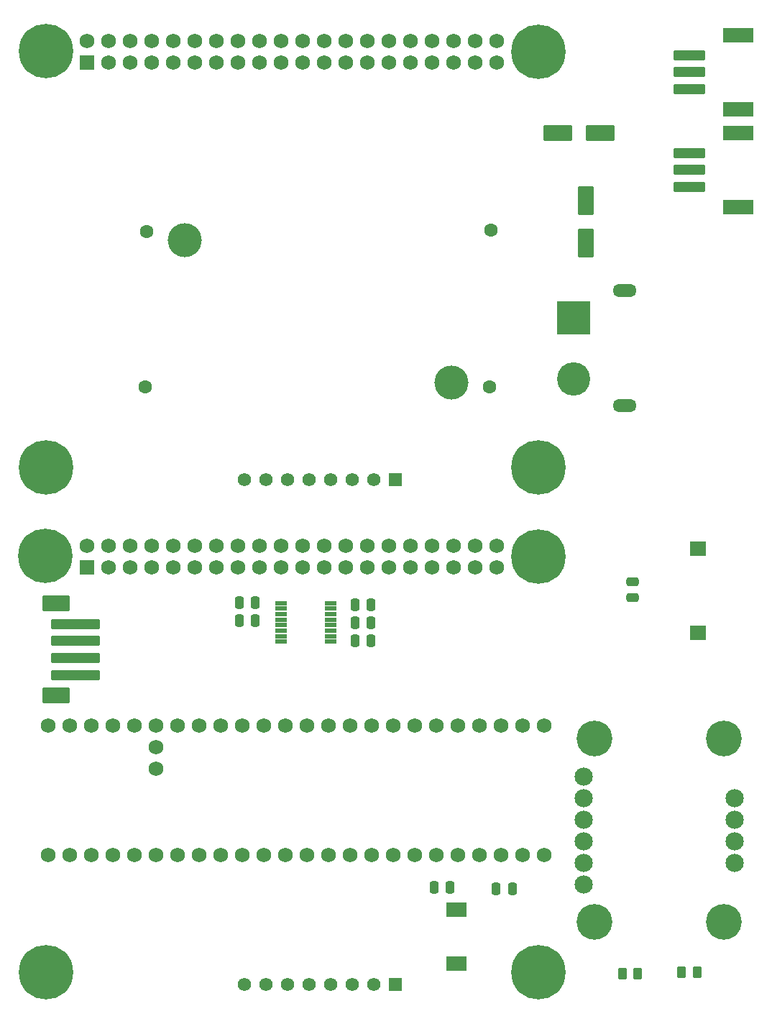
<source format=gbr>
%TF.GenerationSoftware,KiCad,Pcbnew,8.0.8*%
%TF.CreationDate,2026-02-11T18:54:28+05:30*%
%TF.ProjectId,Final_Integration,46696e61-6c5f-4496-9e74-656772617469,rev?*%
%TF.SameCoordinates,Original*%
%TF.FileFunction,Soldermask,Top*%
%TF.FilePolarity,Negative*%
%FSLAX46Y46*%
G04 Gerber Fmt 4.6, Leading zero omitted, Abs format (unit mm)*
G04 Created by KiCad (PCBNEW 8.0.8) date 2026-02-11 18:54:28*
%MOMM*%
%LPD*%
G01*
G04 APERTURE LIST*
G04 Aperture macros list*
%AMRoundRect*
0 Rectangle with rounded corners*
0 $1 Rounding radius*
0 $2 $3 $4 $5 $6 $7 $8 $9 X,Y pos of 4 corners*
0 Add a 4 corners polygon primitive as box body*
4,1,4,$2,$3,$4,$5,$6,$7,$8,$9,$2,$3,0*
0 Add four circle primitives for the rounded corners*
1,1,$1+$1,$2,$3*
1,1,$1+$1,$4,$5*
1,1,$1+$1,$6,$7*
1,1,$1+$1,$8,$9*
0 Add four rect primitives between the rounded corners*
20,1,$1+$1,$2,$3,$4,$5,0*
20,1,$1+$1,$4,$5,$6,$7,0*
20,1,$1+$1,$6,$7,$8,$9,0*
20,1,$1+$1,$8,$9,$2,$3,0*%
G04 Aperture macros list end*
%ADD10C,6.404000*%
%ADD11RoundRect,0.102000X0.685000X0.685000X-0.685000X0.685000X-0.685000X-0.685000X0.685000X-0.685000X0*%
%ADD12C,1.574000*%
%ADD13RoundRect,0.102000X-0.762000X-0.762000X0.762000X-0.762000X0.762000X0.762000X-0.762000X0.762000X0*%
%ADD14C,1.728000*%
%ADD15RoundRect,0.250000X0.250000X0.475000X-0.250000X0.475000X-0.250000X-0.475000X0.250000X-0.475000X0*%
%ADD16RoundRect,0.102000X-1.100000X0.750000X-1.100000X-0.750000X1.100000X-0.750000X1.100000X0.750000X0*%
%ADD17RoundRect,0.250000X0.262500X0.450000X-0.262500X0.450000X-0.262500X-0.450000X0.262500X-0.450000X0*%
%ADD18RoundRect,0.250000X-0.250000X-0.475000X0.250000X-0.475000X0.250000X0.475000X-0.250000X0.475000X0*%
%ADD19C,2.134400*%
%ADD20C,4.204000*%
%ADD21RoundRect,0.102000X0.600000X0.175000X-0.600000X0.175000X-0.600000X-0.175000X0.600000X-0.175000X0*%
%ADD22RoundRect,0.102000X0.850000X0.750000X-0.850000X0.750000X-0.850000X-0.750000X0.850000X-0.750000X0*%
%ADD23RoundRect,0.102000X2.750000X-0.500000X2.750000X0.500000X-2.750000X0.500000X-2.750000X-0.500000X0*%
%ADD24RoundRect,0.102000X1.500000X-0.800000X1.500000X0.800000X-1.500000X0.800000X-1.500000X-0.800000X0*%
%ADD25RoundRect,0.250000X0.475000X-0.250000X0.475000X0.250000X-0.475000X0.250000X-0.475000X-0.250000X0*%
%ADD26RoundRect,0.102000X-1.600000X-0.800000X1.600000X-0.800000X1.600000X0.800000X-1.600000X0.800000X0*%
%ADD27RoundRect,0.102000X0.800000X-1.600000X0.800000X1.600000X-0.800000X1.600000X-0.800000X-1.600000X0*%
%ADD28RoundRect,0.102000X1.858000X-1.858000X1.858000X1.858000X-1.858000X1.858000X-1.858000X-1.858000X0*%
%ADD29C,3.920000*%
%ADD30O,2.804000X1.504000*%
%ADD31C,4.000000*%
%ADD32C,1.600000*%
%ADD33RoundRect,0.102000X-1.750000X0.500000X-1.750000X-0.500000X1.750000X-0.500000X1.750000X0.500000X0*%
%ADD34RoundRect,0.102000X-1.700000X0.750000X-1.700000X-0.750000X1.700000X-0.750000X1.700000X0.750000X0*%
G04 APERTURE END LIST*
D10*
%TO.C,*%
X121955000Y-114755000D03*
%TD*%
%TO.C,*%
X63955000Y-163725000D03*
%TD*%
D11*
%TO.C,J1*%
X105145000Y-165155000D03*
D12*
X102605000Y-165155000D03*
X100065000Y-165155000D03*
X97525000Y-165155000D03*
X94985000Y-165155000D03*
X92445000Y-165155000D03*
X89905000Y-165155000D03*
X87365000Y-165155000D03*
%TD*%
D10*
%TO.C,*%
X63925000Y-114705000D03*
%TD*%
%TO.C,*%
X121945000Y-163705000D03*
%TD*%
D13*
%TO.C,J2*%
X68785000Y-116055000D03*
D14*
X68785000Y-113515000D03*
X71325000Y-116055000D03*
X71325000Y-113515000D03*
X73865000Y-116055000D03*
X73865000Y-113515000D03*
X76405000Y-116055000D03*
X76405000Y-113515000D03*
X78945000Y-116055000D03*
X78945000Y-113515000D03*
X81485000Y-116055000D03*
X81485000Y-113515000D03*
X84025000Y-116055000D03*
X84025000Y-113515000D03*
X86565000Y-116055000D03*
X86565000Y-113515000D03*
X89105000Y-116055000D03*
X89105000Y-113515000D03*
X91645000Y-116055000D03*
X91645000Y-113515000D03*
X94185000Y-116055000D03*
X94185000Y-113515000D03*
X96725000Y-116055000D03*
X96725000Y-113515000D03*
X99265000Y-116055000D03*
X99265000Y-113515000D03*
X101805000Y-116055000D03*
X101805000Y-113515000D03*
X104345000Y-116055000D03*
X104345000Y-113515000D03*
X106885000Y-116055000D03*
X106885000Y-113515000D03*
X109425000Y-116055000D03*
X109425000Y-113515000D03*
X111965000Y-116055000D03*
X111965000Y-113515000D03*
X114505000Y-116055000D03*
X114505000Y-113515000D03*
X117045000Y-116055000D03*
X117045000Y-113515000D03*
%TD*%
%TO.C,A1*%
X117528750Y-149925000D03*
X87048750Y-134685000D03*
X76888750Y-139765000D03*
X120068750Y-149925000D03*
X120068750Y-134685000D03*
X117528750Y-134685000D03*
X114988750Y-134685000D03*
X112448750Y-134685000D03*
X109908750Y-134685000D03*
X107368750Y-134685000D03*
X104828750Y-134685000D03*
X102288750Y-134685000D03*
X99748750Y-134685000D03*
X97208750Y-134685000D03*
X94668750Y-134685000D03*
X92128750Y-134685000D03*
X89588750Y-134685000D03*
X89588750Y-149925000D03*
X92128750Y-149925000D03*
X94668750Y-149925000D03*
X97208750Y-149925000D03*
X99748750Y-149925000D03*
X102288750Y-149925000D03*
X104828750Y-149925000D03*
X107368750Y-149925000D03*
X109908750Y-149925000D03*
X112448750Y-149925000D03*
X114988750Y-149925000D03*
X84508750Y-134685000D03*
X81968750Y-134685000D03*
X79428750Y-134685000D03*
X76888750Y-134685000D03*
X74348750Y-134685000D03*
X71808750Y-134685000D03*
X69268750Y-134685000D03*
X66728750Y-134685000D03*
X64188750Y-134685000D03*
X64188750Y-149925000D03*
X66728750Y-149925000D03*
X69268750Y-149925000D03*
X71808750Y-149925000D03*
X74348750Y-149925000D03*
X76888750Y-149925000D03*
X79428750Y-149925000D03*
X81968750Y-149925000D03*
X84508750Y-149925000D03*
X122608750Y-134685000D03*
X87048750Y-149925000D03*
X76888750Y-137225000D03*
X122608750Y-149925000D03*
%TD*%
D15*
%TO.C,C4*%
X102270000Y-120400000D03*
X100370000Y-120400000D03*
%TD*%
%TO.C,C3*%
X102270000Y-122530000D03*
X100370000Y-122530000D03*
%TD*%
D16*
%TO.C,L1*%
X112300000Y-156325000D03*
X112300000Y-162725000D03*
%TD*%
D15*
%TO.C,C1*%
X118905000Y-153905000D03*
X117005000Y-153905000D03*
%TD*%
D17*
%TO.C,R1*%
X133667500Y-163905000D03*
X131842500Y-163905000D03*
%TD*%
D18*
%TO.C,C5*%
X100370000Y-124670000D03*
X102270000Y-124670000D03*
%TD*%
D19*
%TO.C,U1*%
X127335000Y-140660000D03*
X127335000Y-143200000D03*
X127335000Y-145740000D03*
X127335000Y-148280000D03*
X127335000Y-150820000D03*
X127335000Y-153360000D03*
X145115000Y-150820000D03*
X145115000Y-148280000D03*
X145115000Y-145740000D03*
X145115000Y-143200000D03*
D20*
X128605000Y-136215000D03*
X128605000Y-157805000D03*
X143845000Y-157805000D03*
X143845000Y-136215000D03*
%TD*%
D21*
%TO.C,IC1*%
X97480000Y-124780000D03*
X97480000Y-124130000D03*
X97480000Y-123480000D03*
X97480000Y-122830000D03*
X97480000Y-122180000D03*
X97480000Y-121530000D03*
X97480000Y-120880000D03*
X97480000Y-120230000D03*
X91630000Y-120230000D03*
X91630000Y-120880000D03*
X91630000Y-121530000D03*
X91630000Y-122180000D03*
X91630000Y-122830000D03*
X91630000Y-123480000D03*
X91630000Y-124130000D03*
X91630000Y-124780000D03*
%TD*%
D15*
%TO.C,C6*%
X88640000Y-120170000D03*
X86740000Y-120170000D03*
%TD*%
D17*
%TO.C,R2*%
X140667500Y-163705000D03*
X138842500Y-163705000D03*
%TD*%
D22*
%TO.C,LS1*%
X140735000Y-113815000D03*
X140735000Y-123715000D03*
%TD*%
D23*
%TO.C,J3*%
X67405000Y-128705000D03*
X67405000Y-126705000D03*
X67405000Y-124705000D03*
X67405000Y-122705000D03*
D24*
X65155000Y-131105000D03*
X65155000Y-120305000D03*
%TD*%
D15*
%TO.C,C7*%
X88650000Y-122310000D03*
X86750000Y-122310000D03*
%TD*%
D25*
%TO.C,C8*%
X133095000Y-119605000D03*
X133095000Y-117705000D03*
%TD*%
D15*
%TO.C,C2*%
X111580000Y-153755000D03*
X109680000Y-153755000D03*
%TD*%
D26*
%TO.C,C1*%
X124260000Y-64880000D03*
X129260000Y-64880000D03*
%TD*%
D27*
%TO.C,C2*%
X127560000Y-77890000D03*
X127560000Y-72890000D03*
%TD*%
D10*
%TO.C,*%
X121950000Y-55310000D03*
%TD*%
D28*
%TO.C,J4*%
X126155000Y-86619250D03*
D29*
X126155000Y-93819250D03*
D30*
X132155000Y-96969250D03*
X132155000Y-83469250D03*
%TD*%
D10*
%TO.C,*%
X63950000Y-104280000D03*
%TD*%
D31*
%TO.C,P1*%
X111690000Y-94270000D03*
X80300000Y-77550000D03*
D32*
X75700000Y-94810000D03*
X75800000Y-76470000D03*
X116390000Y-76340000D03*
X116240000Y-94810000D03*
%TD*%
D33*
%TO.C,S2*%
X139775000Y-71250000D03*
X139775000Y-69250000D03*
X139775000Y-67250000D03*
D34*
X145525000Y-73600000D03*
X145525000Y-64900000D03*
%TD*%
D10*
%TO.C,*%
X121950000Y-104290000D03*
%TD*%
D11*
%TO.C,J6*%
X105160000Y-105690000D03*
D12*
X102620000Y-105690000D03*
X100080000Y-105690000D03*
X97540000Y-105690000D03*
X95000000Y-105690000D03*
X92460000Y-105690000D03*
X89920000Y-105690000D03*
X87380000Y-105690000D03*
%TD*%
D13*
%TO.C,J3*%
X68800000Y-56600000D03*
D14*
X68800000Y-54060000D03*
X71340000Y-56600000D03*
X71340000Y-54060000D03*
X73880000Y-56600000D03*
X73880000Y-54060000D03*
X76420000Y-56600000D03*
X76420000Y-54060000D03*
X78960000Y-56600000D03*
X78960000Y-54060000D03*
X81500000Y-56600000D03*
X81500000Y-54060000D03*
X84040000Y-56600000D03*
X84040000Y-54060000D03*
X86580000Y-56600000D03*
X86580000Y-54060000D03*
X89120000Y-56600000D03*
X89120000Y-54060000D03*
X91660000Y-56600000D03*
X91660000Y-54060000D03*
X94200000Y-56600000D03*
X94200000Y-54060000D03*
X96740000Y-56600000D03*
X96740000Y-54060000D03*
X99280000Y-56600000D03*
X99280000Y-54060000D03*
X101820000Y-56600000D03*
X101820000Y-54060000D03*
X104360000Y-56600000D03*
X104360000Y-54060000D03*
X106900000Y-56600000D03*
X106900000Y-54060000D03*
X109440000Y-56600000D03*
X109440000Y-54060000D03*
X111980000Y-56600000D03*
X111980000Y-54060000D03*
X114520000Y-56600000D03*
X114520000Y-54060000D03*
X117060000Y-56600000D03*
X117060000Y-54060000D03*
%TD*%
D33*
%TO.C,S1*%
X139775000Y-59725000D03*
X139775000Y-57725000D03*
X139775000Y-55725000D03*
D34*
X145525000Y-62075000D03*
X145525000Y-53375000D03*
%TD*%
D10*
%TO.C,*%
X63940000Y-55260000D03*
%TD*%
M02*

</source>
